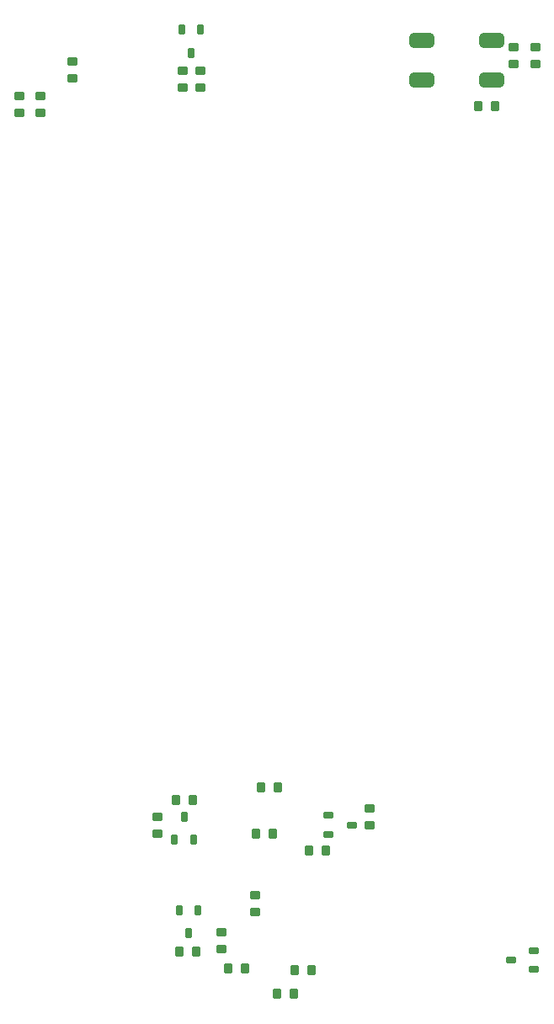
<source format=gbp>
G04 Layer_Color=128*
%FSLAX44Y44*%
%MOMM*%
G71*
G01*
G75*
G04:AMPARAMS|DCode=10|XSize=1mm|YSize=0.9mm|CornerRadius=0.1125mm|HoleSize=0mm|Usage=FLASHONLY|Rotation=270.000|XOffset=0mm|YOffset=0mm|HoleType=Round|Shape=RoundedRectangle|*
%AMROUNDEDRECTD10*
21,1,1.0000,0.6750,0,0,270.0*
21,1,0.7750,0.9000,0,0,270.0*
1,1,0.2250,-0.3375,-0.3875*
1,1,0.2250,-0.3375,0.3875*
1,1,0.2250,0.3375,0.3875*
1,1,0.2250,0.3375,-0.3875*
%
%ADD10ROUNDEDRECTD10*%
G04:AMPARAMS|DCode=24|XSize=1mm|YSize=0.9mm|CornerRadius=0.1125mm|HoleSize=0mm|Usage=FLASHONLY|Rotation=0.000|XOffset=0mm|YOffset=0mm|HoleType=Round|Shape=RoundedRectangle|*
%AMROUNDEDRECTD24*
21,1,1.0000,0.6750,0,0,0.0*
21,1,0.7750,0.9000,0,0,0.0*
1,1,0.2250,0.3875,-0.3375*
1,1,0.2250,-0.3875,-0.3375*
1,1,0.2250,-0.3875,0.3375*
1,1,0.2250,0.3875,0.3375*
%
%ADD24ROUNDEDRECTD24*%
G04:AMPARAMS|DCode=28|XSize=0.6mm|YSize=1mm|CornerRadius=0.075mm|HoleSize=0mm|Usage=FLASHONLY|Rotation=270.000|XOffset=0mm|YOffset=0mm|HoleType=Round|Shape=RoundedRectangle|*
%AMROUNDEDRECTD28*
21,1,0.6000,0.8500,0,0,270.0*
21,1,0.4500,1.0000,0,0,270.0*
1,1,0.1500,-0.4250,-0.2250*
1,1,0.1500,-0.4250,0.2250*
1,1,0.1500,0.4250,0.2250*
1,1,0.1500,0.4250,-0.2250*
%
%ADD28ROUNDEDRECTD28*%
G04:AMPARAMS|DCode=29|XSize=0.6mm|YSize=1mm|CornerRadius=0.075mm|HoleSize=0mm|Usage=FLASHONLY|Rotation=0.000|XOffset=0mm|YOffset=0mm|HoleType=Round|Shape=RoundedRectangle|*
%AMROUNDEDRECTD29*
21,1,0.6000,0.8500,0,0,0.0*
21,1,0.4500,1.0000,0,0,0.0*
1,1,0.1500,0.2250,-0.4250*
1,1,0.1500,-0.2250,-0.4250*
1,1,0.1500,-0.2250,0.4250*
1,1,0.1500,0.2250,0.4250*
%
%ADD29ROUNDEDRECTD29*%
G04:AMPARAMS|DCode=48|XSize=2.5mm|YSize=1.5mm|CornerRadius=0.375mm|HoleSize=0mm|Usage=FLASHONLY|Rotation=0.000|XOffset=0mm|YOffset=0mm|HoleType=Round|Shape=RoundedRectangle|*
%AMROUNDEDRECTD48*
21,1,2.5000,0.7500,0,0,0.0*
21,1,1.7500,1.5000,0,0,0.0*
1,1,0.7500,0.8750,-0.3750*
1,1,0.7500,-0.8750,-0.3750*
1,1,0.7500,-0.8750,0.3750*
1,1,0.7500,0.8750,0.3750*
%
%ADD48ROUNDEDRECTD48*%
D10*
X274500Y39000D02*
D03*
X257500D02*
D03*
X324500Y38000D02*
D03*
X341500D02*
D03*
X222500Y209000D02*
D03*
X205500D02*
D03*
X209000Y56500D02*
D03*
X226000D02*
D03*
X307500Y221500D02*
D03*
X290500D02*
D03*
X526500Y906000D02*
D03*
X509500D02*
D03*
X355750Y157500D02*
D03*
X338750D02*
D03*
X302500Y175000D02*
D03*
X285500D02*
D03*
X323750Y14000D02*
D03*
X306750D02*
D03*
D24*
X229585Y942076D02*
D03*
Y925077D02*
D03*
X101500Y934500D02*
D03*
Y951500D02*
D03*
X212042Y942000D02*
D03*
Y925000D02*
D03*
X47750Y899750D02*
D03*
Y916750D02*
D03*
X400500Y200500D02*
D03*
Y183500D02*
D03*
X545000Y966000D02*
D03*
Y949000D02*
D03*
X566500Y966000D02*
D03*
Y949000D02*
D03*
X68750Y899750D02*
D03*
Y916750D02*
D03*
X284750Y112750D02*
D03*
Y95750D02*
D03*
X187000Y191750D02*
D03*
Y174750D02*
D03*
X251000Y58750D02*
D03*
Y75750D02*
D03*
D28*
X542000Y48000D02*
D03*
X565000Y38500D02*
D03*
Y57500D02*
D03*
X382000Y183500D02*
D03*
X359000Y193000D02*
D03*
Y174000D02*
D03*
D29*
X220423Y960000D02*
D03*
X229923Y983000D02*
D03*
X210923D02*
D03*
X213500Y192000D02*
D03*
X204000Y169000D02*
D03*
X223000D02*
D03*
X218000Y74500D02*
D03*
X227500Y97500D02*
D03*
X208500D02*
D03*
D48*
X452500Y972500D02*
D03*
X522500D02*
D03*
X452500Y932500D02*
D03*
X522500D02*
D03*
M02*

</source>
